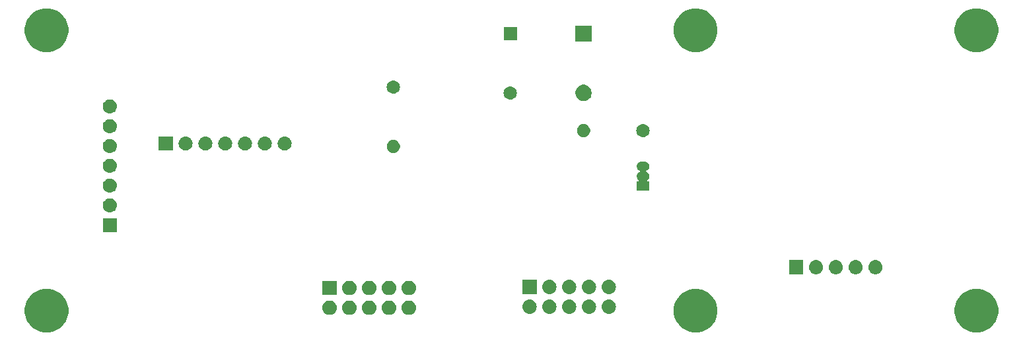
<source format=gbs>
G04 #@! TF.GenerationSoftware,KiCad,Pcbnew,5.0.2-bee76a0~70~ubuntu18.04.1*
G04 #@! TF.CreationDate,2019-01-15T16:16:46-08:00*
G04 #@! TF.ProjectId,Marlin_UIBOX,4d61726c-696e-45f5-9549-424f582e6b69,rev?*
G04 #@! TF.SameCoordinates,PX55c0260PY70276d0*
G04 #@! TF.FileFunction,Soldermask,Bot*
G04 #@! TF.FilePolarity,Negative*
%FSLAX46Y46*%
G04 Gerber Fmt 4.6, Leading zero omitted, Abs format (unit mm)*
G04 Created by KiCad (PCBNEW 5.0.2-bee76a0~70~ubuntu18.04.1) date Tue 15 Jan 2019 04:16:46 PM PST*
%MOMM*%
%LPD*%
G01*
G04 APERTURE LIST*
%ADD10C,0.100000*%
G04 APERTURE END LIST*
D10*
G36*
X6151021Y5995360D02*
X6660770Y5784215D01*
X6813692Y5682036D01*
X7119534Y5477679D01*
X7509679Y5087534D01*
X7714036Y4781692D01*
X7816215Y4628770D01*
X8027360Y4119021D01*
X8135000Y3577876D01*
X8135000Y3026124D01*
X8027360Y2484979D01*
X7816215Y1975230D01*
X7816214Y1975229D01*
X7509679Y1516466D01*
X7119534Y1126321D01*
X6813692Y921964D01*
X6660770Y819785D01*
X6151021Y608640D01*
X5609876Y501000D01*
X5058124Y501000D01*
X4516979Y608640D01*
X4007230Y819785D01*
X3854308Y921964D01*
X3548466Y1126321D01*
X3158321Y1516466D01*
X2851786Y1975229D01*
X2851785Y1975230D01*
X2640640Y2484979D01*
X2533000Y3026124D01*
X2533000Y3577876D01*
X2640640Y4119021D01*
X2851785Y4628770D01*
X2953964Y4781692D01*
X3158321Y5087534D01*
X3548466Y5477679D01*
X3854308Y5682036D01*
X4007230Y5784215D01*
X4516979Y5995360D01*
X5058124Y6103000D01*
X5609876Y6103000D01*
X6151021Y5995360D01*
X6151021Y5995360D01*
G37*
G36*
X125351021Y5995360D02*
X125860770Y5784215D01*
X126013692Y5682036D01*
X126319534Y5477679D01*
X126709679Y5087534D01*
X126914036Y4781692D01*
X127016215Y4628770D01*
X127227360Y4119021D01*
X127335000Y3577876D01*
X127335000Y3026124D01*
X127227360Y2484979D01*
X127016215Y1975230D01*
X127016214Y1975229D01*
X126709679Y1516466D01*
X126319534Y1126321D01*
X126013692Y921964D01*
X125860770Y819785D01*
X125351021Y608640D01*
X124809876Y501000D01*
X124258124Y501000D01*
X123716979Y608640D01*
X123207230Y819785D01*
X123054308Y921964D01*
X122748466Y1126321D01*
X122358321Y1516466D01*
X122051786Y1975229D01*
X122051785Y1975230D01*
X121840640Y2484979D01*
X121733000Y3026124D01*
X121733000Y3577876D01*
X121840640Y4119021D01*
X122051785Y4628770D01*
X122153964Y4781692D01*
X122358321Y5087534D01*
X122748466Y5477679D01*
X123054308Y5682036D01*
X123207230Y5784215D01*
X123716979Y5995360D01*
X124258124Y6103000D01*
X124809876Y6103000D01*
X125351021Y5995360D01*
X125351021Y5995360D01*
G37*
G36*
X89351021Y5995360D02*
X89860770Y5784215D01*
X90013692Y5682036D01*
X90319534Y5477679D01*
X90709679Y5087534D01*
X90914036Y4781692D01*
X91016215Y4628770D01*
X91227360Y4119021D01*
X91335000Y3577876D01*
X91335000Y3026124D01*
X91227360Y2484979D01*
X91016215Y1975230D01*
X91016214Y1975229D01*
X90709679Y1516466D01*
X90319534Y1126321D01*
X90013692Y921964D01*
X89860770Y819785D01*
X89351021Y608640D01*
X88809876Y501000D01*
X88258124Y501000D01*
X87716979Y608640D01*
X87207230Y819785D01*
X87054308Y921964D01*
X86748466Y1126321D01*
X86358321Y1516466D01*
X86051786Y1975229D01*
X86051785Y1975230D01*
X85840640Y2484979D01*
X85733000Y3026124D01*
X85733000Y3577876D01*
X85840640Y4119021D01*
X86051785Y4628770D01*
X86153964Y4781692D01*
X86358321Y5087534D01*
X86748466Y5477679D01*
X87054308Y5682036D01*
X87207230Y5784215D01*
X87716979Y5995360D01*
X88258124Y6103000D01*
X88809876Y6103000D01*
X89351021Y5995360D01*
X89351021Y5995360D01*
G37*
G36*
X44326294Y4584367D02*
X44498694Y4532069D01*
X44498696Y4532068D01*
X44657583Y4447141D01*
X44796849Y4332849D01*
X44911141Y4193583D01*
X44950995Y4119021D01*
X44996069Y4034694D01*
X45048367Y3862294D01*
X45066025Y3683000D01*
X45048367Y3503706D01*
X44996069Y3331306D01*
X44996068Y3331304D01*
X44911141Y3172417D01*
X44796849Y3033151D01*
X44657583Y2918859D01*
X44613694Y2895400D01*
X44498694Y2833931D01*
X44326294Y2781633D01*
X44191931Y2768400D01*
X44102069Y2768400D01*
X43967706Y2781633D01*
X43795306Y2833931D01*
X43680306Y2895400D01*
X43636417Y2918859D01*
X43497151Y3033151D01*
X43382859Y3172417D01*
X43297932Y3331304D01*
X43297931Y3331306D01*
X43245633Y3503706D01*
X43227975Y3683000D01*
X43245633Y3862294D01*
X43297931Y4034694D01*
X43343005Y4119021D01*
X43382859Y4193583D01*
X43497151Y4332849D01*
X43636417Y4447141D01*
X43795304Y4532068D01*
X43795306Y4532069D01*
X43967706Y4584367D01*
X44102069Y4597600D01*
X44191931Y4597600D01*
X44326294Y4584367D01*
X44326294Y4584367D01*
G37*
G36*
X41786294Y4584367D02*
X41958694Y4532069D01*
X41958696Y4532068D01*
X42117583Y4447141D01*
X42256849Y4332849D01*
X42371141Y4193583D01*
X42410995Y4119021D01*
X42456069Y4034694D01*
X42508367Y3862294D01*
X42526025Y3683000D01*
X42508367Y3503706D01*
X42456069Y3331306D01*
X42456068Y3331304D01*
X42371141Y3172417D01*
X42256849Y3033151D01*
X42117583Y2918859D01*
X42073694Y2895400D01*
X41958694Y2833931D01*
X41786294Y2781633D01*
X41651931Y2768400D01*
X41562069Y2768400D01*
X41427706Y2781633D01*
X41255306Y2833931D01*
X41140306Y2895400D01*
X41096417Y2918859D01*
X40957151Y3033151D01*
X40842859Y3172417D01*
X40757932Y3331304D01*
X40757931Y3331306D01*
X40705633Y3503706D01*
X40687975Y3683000D01*
X40705633Y3862294D01*
X40757931Y4034694D01*
X40803005Y4119021D01*
X40842859Y4193583D01*
X40957151Y4332849D01*
X41096417Y4447141D01*
X41255304Y4532068D01*
X41255306Y4532069D01*
X41427706Y4584367D01*
X41562069Y4597600D01*
X41651931Y4597600D01*
X41786294Y4584367D01*
X41786294Y4584367D01*
G37*
G36*
X51946294Y4584367D02*
X52118694Y4532069D01*
X52118696Y4532068D01*
X52277583Y4447141D01*
X52416849Y4332849D01*
X52531141Y4193583D01*
X52570995Y4119021D01*
X52616069Y4034694D01*
X52668367Y3862294D01*
X52686025Y3683000D01*
X52668367Y3503706D01*
X52616069Y3331306D01*
X52616068Y3331304D01*
X52531141Y3172417D01*
X52416849Y3033151D01*
X52277583Y2918859D01*
X52233694Y2895400D01*
X52118694Y2833931D01*
X51946294Y2781633D01*
X51811931Y2768400D01*
X51722069Y2768400D01*
X51587706Y2781633D01*
X51415306Y2833931D01*
X51300306Y2895400D01*
X51256417Y2918859D01*
X51117151Y3033151D01*
X51002859Y3172417D01*
X50917932Y3331304D01*
X50917931Y3331306D01*
X50865633Y3503706D01*
X50847975Y3683000D01*
X50865633Y3862294D01*
X50917931Y4034694D01*
X50963005Y4119021D01*
X51002859Y4193583D01*
X51117151Y4332849D01*
X51256417Y4447141D01*
X51415304Y4532068D01*
X51415306Y4532069D01*
X51587706Y4584367D01*
X51722069Y4597600D01*
X51811931Y4597600D01*
X51946294Y4584367D01*
X51946294Y4584367D01*
G37*
G36*
X46866294Y4584367D02*
X47038694Y4532069D01*
X47038696Y4532068D01*
X47197583Y4447141D01*
X47336849Y4332849D01*
X47451141Y4193583D01*
X47490995Y4119021D01*
X47536069Y4034694D01*
X47588367Y3862294D01*
X47606025Y3683000D01*
X47588367Y3503706D01*
X47536069Y3331306D01*
X47536068Y3331304D01*
X47451141Y3172417D01*
X47336849Y3033151D01*
X47197583Y2918859D01*
X47153694Y2895400D01*
X47038694Y2833931D01*
X46866294Y2781633D01*
X46731931Y2768400D01*
X46642069Y2768400D01*
X46507706Y2781633D01*
X46335306Y2833931D01*
X46220306Y2895400D01*
X46176417Y2918859D01*
X46037151Y3033151D01*
X45922859Y3172417D01*
X45837932Y3331304D01*
X45837931Y3331306D01*
X45785633Y3503706D01*
X45767975Y3683000D01*
X45785633Y3862294D01*
X45837931Y4034694D01*
X45883005Y4119021D01*
X45922859Y4193583D01*
X46037151Y4332849D01*
X46176417Y4447141D01*
X46335304Y4532068D01*
X46335306Y4532069D01*
X46507706Y4584367D01*
X46642069Y4597600D01*
X46731931Y4597600D01*
X46866294Y4584367D01*
X46866294Y4584367D01*
G37*
G36*
X49406294Y4584367D02*
X49578694Y4532069D01*
X49578696Y4532068D01*
X49737583Y4447141D01*
X49876849Y4332849D01*
X49991141Y4193583D01*
X50030995Y4119021D01*
X50076069Y4034694D01*
X50128367Y3862294D01*
X50146025Y3683000D01*
X50128367Y3503706D01*
X50076069Y3331306D01*
X50076068Y3331304D01*
X49991141Y3172417D01*
X49876849Y3033151D01*
X49737583Y2918859D01*
X49693694Y2895400D01*
X49578694Y2833931D01*
X49406294Y2781633D01*
X49271931Y2768400D01*
X49182069Y2768400D01*
X49047706Y2781633D01*
X48875306Y2833931D01*
X48760306Y2895400D01*
X48716417Y2918859D01*
X48577151Y3033151D01*
X48462859Y3172417D01*
X48377932Y3331304D01*
X48377931Y3331306D01*
X48325633Y3503706D01*
X48307975Y3683000D01*
X48325633Y3862294D01*
X48377931Y4034694D01*
X48423005Y4119021D01*
X48462859Y4193583D01*
X48577151Y4332849D01*
X48716417Y4447141D01*
X48875304Y4532068D01*
X48875306Y4532069D01*
X49047706Y4584367D01*
X49182069Y4597600D01*
X49271931Y4597600D01*
X49406294Y4584367D01*
X49406294Y4584367D01*
G37*
G36*
X67426294Y4711367D02*
X67598694Y4659069D01*
X67598696Y4659068D01*
X67757583Y4574141D01*
X67896849Y4459849D01*
X68001075Y4332849D01*
X68011140Y4320584D01*
X68096069Y4161694D01*
X68148367Y3989294D01*
X68166025Y3810000D01*
X68148367Y3630706D01*
X68109841Y3503706D01*
X68096068Y3458304D01*
X68011141Y3299417D01*
X67896849Y3160151D01*
X67757583Y3045859D01*
X67720665Y3026126D01*
X67598694Y2960931D01*
X67426294Y2908633D01*
X67291931Y2895400D01*
X67202069Y2895400D01*
X67067706Y2908633D01*
X66895306Y2960931D01*
X66773335Y3026126D01*
X66736417Y3045859D01*
X66597151Y3160151D01*
X66482859Y3299417D01*
X66397932Y3458304D01*
X66384159Y3503706D01*
X66345633Y3630706D01*
X66327975Y3810000D01*
X66345633Y3989294D01*
X66397931Y4161694D01*
X66482860Y4320584D01*
X66492926Y4332849D01*
X66597151Y4459849D01*
X66736417Y4574141D01*
X66895304Y4659068D01*
X66895306Y4659069D01*
X67067706Y4711367D01*
X67202069Y4724600D01*
X67291931Y4724600D01*
X67426294Y4711367D01*
X67426294Y4711367D01*
G37*
G36*
X72506294Y4711367D02*
X72678694Y4659069D01*
X72678696Y4659068D01*
X72837583Y4574141D01*
X72976849Y4459849D01*
X73081075Y4332849D01*
X73091140Y4320584D01*
X73176069Y4161694D01*
X73228367Y3989294D01*
X73246025Y3810000D01*
X73228367Y3630706D01*
X73189841Y3503706D01*
X73176068Y3458304D01*
X73091141Y3299417D01*
X72976849Y3160151D01*
X72837583Y3045859D01*
X72800665Y3026126D01*
X72678694Y2960931D01*
X72506294Y2908633D01*
X72371931Y2895400D01*
X72282069Y2895400D01*
X72147706Y2908633D01*
X71975306Y2960931D01*
X71853335Y3026126D01*
X71816417Y3045859D01*
X71677151Y3160151D01*
X71562859Y3299417D01*
X71477932Y3458304D01*
X71464159Y3503706D01*
X71425633Y3630706D01*
X71407975Y3810000D01*
X71425633Y3989294D01*
X71477931Y4161694D01*
X71562860Y4320584D01*
X71572926Y4332849D01*
X71677151Y4459849D01*
X71816417Y4574141D01*
X71975304Y4659068D01*
X71975306Y4659069D01*
X72147706Y4711367D01*
X72282069Y4724600D01*
X72371931Y4724600D01*
X72506294Y4711367D01*
X72506294Y4711367D01*
G37*
G36*
X75046294Y4711367D02*
X75218694Y4659069D01*
X75218696Y4659068D01*
X75377583Y4574141D01*
X75516849Y4459849D01*
X75621075Y4332849D01*
X75631140Y4320584D01*
X75716069Y4161694D01*
X75768367Y3989294D01*
X75786025Y3810000D01*
X75768367Y3630706D01*
X75729841Y3503706D01*
X75716068Y3458304D01*
X75631141Y3299417D01*
X75516849Y3160151D01*
X75377583Y3045859D01*
X75340665Y3026126D01*
X75218694Y2960931D01*
X75046294Y2908633D01*
X74911931Y2895400D01*
X74822069Y2895400D01*
X74687706Y2908633D01*
X74515306Y2960931D01*
X74393335Y3026126D01*
X74356417Y3045859D01*
X74217151Y3160151D01*
X74102859Y3299417D01*
X74017932Y3458304D01*
X74004159Y3503706D01*
X73965633Y3630706D01*
X73947975Y3810000D01*
X73965633Y3989294D01*
X74017931Y4161694D01*
X74102860Y4320584D01*
X74112926Y4332849D01*
X74217151Y4459849D01*
X74356417Y4574141D01*
X74515304Y4659068D01*
X74515306Y4659069D01*
X74687706Y4711367D01*
X74822069Y4724600D01*
X74911931Y4724600D01*
X75046294Y4711367D01*
X75046294Y4711367D01*
G37*
G36*
X77586294Y4711367D02*
X77758694Y4659069D01*
X77758696Y4659068D01*
X77917583Y4574141D01*
X78056849Y4459849D01*
X78161075Y4332849D01*
X78171140Y4320584D01*
X78256069Y4161694D01*
X78308367Y3989294D01*
X78326025Y3810000D01*
X78308367Y3630706D01*
X78269841Y3503706D01*
X78256068Y3458304D01*
X78171141Y3299417D01*
X78056849Y3160151D01*
X77917583Y3045859D01*
X77880665Y3026126D01*
X77758694Y2960931D01*
X77586294Y2908633D01*
X77451931Y2895400D01*
X77362069Y2895400D01*
X77227706Y2908633D01*
X77055306Y2960931D01*
X76933335Y3026126D01*
X76896417Y3045859D01*
X76757151Y3160151D01*
X76642859Y3299417D01*
X76557932Y3458304D01*
X76544159Y3503706D01*
X76505633Y3630706D01*
X76487975Y3810000D01*
X76505633Y3989294D01*
X76557931Y4161694D01*
X76642860Y4320584D01*
X76652926Y4332849D01*
X76757151Y4459849D01*
X76896417Y4574141D01*
X77055304Y4659068D01*
X77055306Y4659069D01*
X77227706Y4711367D01*
X77362069Y4724600D01*
X77451931Y4724600D01*
X77586294Y4711367D01*
X77586294Y4711367D01*
G37*
G36*
X69966294Y4711367D02*
X70138694Y4659069D01*
X70138696Y4659068D01*
X70297583Y4574141D01*
X70436849Y4459849D01*
X70541075Y4332849D01*
X70551140Y4320584D01*
X70636069Y4161694D01*
X70688367Y3989294D01*
X70706025Y3810000D01*
X70688367Y3630706D01*
X70649841Y3503706D01*
X70636068Y3458304D01*
X70551141Y3299417D01*
X70436849Y3160151D01*
X70297583Y3045859D01*
X70260665Y3026126D01*
X70138694Y2960931D01*
X69966294Y2908633D01*
X69831931Y2895400D01*
X69742069Y2895400D01*
X69607706Y2908633D01*
X69435306Y2960931D01*
X69313335Y3026126D01*
X69276417Y3045859D01*
X69137151Y3160151D01*
X69022859Y3299417D01*
X68937932Y3458304D01*
X68924159Y3503706D01*
X68885633Y3630706D01*
X68867975Y3810000D01*
X68885633Y3989294D01*
X68937931Y4161694D01*
X69022860Y4320584D01*
X69032926Y4332849D01*
X69137151Y4459849D01*
X69276417Y4574141D01*
X69435304Y4659068D01*
X69435306Y4659069D01*
X69607706Y4711367D01*
X69742069Y4724600D01*
X69831931Y4724600D01*
X69966294Y4711367D01*
X69966294Y4711367D01*
G37*
G36*
X42521600Y5308400D02*
X40692400Y5308400D01*
X40692400Y7137600D01*
X42521600Y7137600D01*
X42521600Y5308400D01*
X42521600Y5308400D01*
G37*
G36*
X44326294Y7124367D02*
X44498694Y7072069D01*
X44498696Y7072068D01*
X44657583Y6987141D01*
X44657585Y6987140D01*
X44657584Y6987140D01*
X44796849Y6872849D01*
X44911140Y6733584D01*
X44996069Y6574694D01*
X45048367Y6402294D01*
X45066025Y6223000D01*
X45048367Y6043706D01*
X44996069Y5871306D01*
X44996068Y5871304D01*
X44911141Y5712417D01*
X44796849Y5573151D01*
X44657583Y5458859D01*
X44613694Y5435400D01*
X44498694Y5373931D01*
X44326294Y5321633D01*
X44191931Y5308400D01*
X44102069Y5308400D01*
X43967706Y5321633D01*
X43795306Y5373931D01*
X43680306Y5435400D01*
X43636417Y5458859D01*
X43497151Y5573151D01*
X43382859Y5712417D01*
X43297932Y5871304D01*
X43297931Y5871306D01*
X43245633Y6043706D01*
X43227975Y6223000D01*
X43245633Y6402294D01*
X43297931Y6574694D01*
X43382860Y6733584D01*
X43497151Y6872849D01*
X43636416Y6987140D01*
X43636415Y6987140D01*
X43636417Y6987141D01*
X43795304Y7072068D01*
X43795306Y7072069D01*
X43967706Y7124367D01*
X44102069Y7137600D01*
X44191931Y7137600D01*
X44326294Y7124367D01*
X44326294Y7124367D01*
G37*
G36*
X46866294Y7124367D02*
X47038694Y7072069D01*
X47038696Y7072068D01*
X47197583Y6987141D01*
X47197585Y6987140D01*
X47197584Y6987140D01*
X47336849Y6872849D01*
X47451140Y6733584D01*
X47536069Y6574694D01*
X47588367Y6402294D01*
X47606025Y6223000D01*
X47588367Y6043706D01*
X47536069Y5871306D01*
X47536068Y5871304D01*
X47451141Y5712417D01*
X47336849Y5573151D01*
X47197583Y5458859D01*
X47153694Y5435400D01*
X47038694Y5373931D01*
X46866294Y5321633D01*
X46731931Y5308400D01*
X46642069Y5308400D01*
X46507706Y5321633D01*
X46335306Y5373931D01*
X46220306Y5435400D01*
X46176417Y5458859D01*
X46037151Y5573151D01*
X45922859Y5712417D01*
X45837932Y5871304D01*
X45837931Y5871306D01*
X45785633Y6043706D01*
X45767975Y6223000D01*
X45785633Y6402294D01*
X45837931Y6574694D01*
X45922860Y6733584D01*
X46037151Y6872849D01*
X46176416Y6987140D01*
X46176415Y6987140D01*
X46176417Y6987141D01*
X46335304Y7072068D01*
X46335306Y7072069D01*
X46507706Y7124367D01*
X46642069Y7137600D01*
X46731931Y7137600D01*
X46866294Y7124367D01*
X46866294Y7124367D01*
G37*
G36*
X51946294Y7124367D02*
X52118694Y7072069D01*
X52118696Y7072068D01*
X52277583Y6987141D01*
X52277585Y6987140D01*
X52277584Y6987140D01*
X52416849Y6872849D01*
X52531140Y6733584D01*
X52616069Y6574694D01*
X52668367Y6402294D01*
X52686025Y6223000D01*
X52668367Y6043706D01*
X52616069Y5871306D01*
X52616068Y5871304D01*
X52531141Y5712417D01*
X52416849Y5573151D01*
X52277583Y5458859D01*
X52233694Y5435400D01*
X52118694Y5373931D01*
X51946294Y5321633D01*
X51811931Y5308400D01*
X51722069Y5308400D01*
X51587706Y5321633D01*
X51415306Y5373931D01*
X51300306Y5435400D01*
X51256417Y5458859D01*
X51117151Y5573151D01*
X51002859Y5712417D01*
X50917932Y5871304D01*
X50917931Y5871306D01*
X50865633Y6043706D01*
X50847975Y6223000D01*
X50865633Y6402294D01*
X50917931Y6574694D01*
X51002860Y6733584D01*
X51117151Y6872849D01*
X51256416Y6987140D01*
X51256415Y6987140D01*
X51256417Y6987141D01*
X51415304Y7072068D01*
X51415306Y7072069D01*
X51587706Y7124367D01*
X51722069Y7137600D01*
X51811931Y7137600D01*
X51946294Y7124367D01*
X51946294Y7124367D01*
G37*
G36*
X49406294Y7124367D02*
X49578694Y7072069D01*
X49578696Y7072068D01*
X49737583Y6987141D01*
X49737585Y6987140D01*
X49737584Y6987140D01*
X49876849Y6872849D01*
X49991140Y6733584D01*
X50076069Y6574694D01*
X50128367Y6402294D01*
X50146025Y6223000D01*
X50128367Y6043706D01*
X50076069Y5871306D01*
X50076068Y5871304D01*
X49991141Y5712417D01*
X49876849Y5573151D01*
X49737583Y5458859D01*
X49693694Y5435400D01*
X49578694Y5373931D01*
X49406294Y5321633D01*
X49271931Y5308400D01*
X49182069Y5308400D01*
X49047706Y5321633D01*
X48875306Y5373931D01*
X48760306Y5435400D01*
X48716417Y5458859D01*
X48577151Y5573151D01*
X48462859Y5712417D01*
X48377932Y5871304D01*
X48377931Y5871306D01*
X48325633Y6043706D01*
X48307975Y6223000D01*
X48325633Y6402294D01*
X48377931Y6574694D01*
X48462860Y6733584D01*
X48577151Y6872849D01*
X48716416Y6987140D01*
X48716415Y6987140D01*
X48716417Y6987141D01*
X48875304Y7072068D01*
X48875306Y7072069D01*
X49047706Y7124367D01*
X49182069Y7137600D01*
X49271931Y7137600D01*
X49406294Y7124367D01*
X49406294Y7124367D01*
G37*
G36*
X68161600Y5435400D02*
X66332400Y5435400D01*
X66332400Y7264600D01*
X68161600Y7264600D01*
X68161600Y5435400D01*
X68161600Y5435400D01*
G37*
G36*
X75046294Y7251367D02*
X75218694Y7199069D01*
X75218696Y7199068D01*
X75377583Y7114141D01*
X75516849Y6999849D01*
X75621075Y6872849D01*
X75631140Y6860584D01*
X75716069Y6701694D01*
X75768367Y6529294D01*
X75786025Y6350000D01*
X75768367Y6170706D01*
X75729841Y6043706D01*
X75716068Y5998304D01*
X75631141Y5839417D01*
X75516849Y5700151D01*
X75377583Y5585859D01*
X75218696Y5500932D01*
X75218694Y5500931D01*
X75046294Y5448633D01*
X74911931Y5435400D01*
X74822069Y5435400D01*
X74687706Y5448633D01*
X74515306Y5500931D01*
X74515304Y5500932D01*
X74356417Y5585859D01*
X74217151Y5700151D01*
X74102859Y5839417D01*
X74017932Y5998304D01*
X74004159Y6043706D01*
X73965633Y6170706D01*
X73947975Y6350000D01*
X73965633Y6529294D01*
X74017931Y6701694D01*
X74102860Y6860584D01*
X74112926Y6872849D01*
X74217151Y6999849D01*
X74356417Y7114141D01*
X74515304Y7199068D01*
X74515306Y7199069D01*
X74687706Y7251367D01*
X74822069Y7264600D01*
X74911931Y7264600D01*
X75046294Y7251367D01*
X75046294Y7251367D01*
G37*
G36*
X77586294Y7251367D02*
X77758694Y7199069D01*
X77758696Y7199068D01*
X77917583Y7114141D01*
X78056849Y6999849D01*
X78161075Y6872849D01*
X78171140Y6860584D01*
X78256069Y6701694D01*
X78308367Y6529294D01*
X78326025Y6350000D01*
X78308367Y6170706D01*
X78269841Y6043706D01*
X78256068Y5998304D01*
X78171141Y5839417D01*
X78056849Y5700151D01*
X77917583Y5585859D01*
X77758696Y5500932D01*
X77758694Y5500931D01*
X77586294Y5448633D01*
X77451931Y5435400D01*
X77362069Y5435400D01*
X77227706Y5448633D01*
X77055306Y5500931D01*
X77055304Y5500932D01*
X76896417Y5585859D01*
X76757151Y5700151D01*
X76642859Y5839417D01*
X76557932Y5998304D01*
X76544159Y6043706D01*
X76505633Y6170706D01*
X76487975Y6350000D01*
X76505633Y6529294D01*
X76557931Y6701694D01*
X76642860Y6860584D01*
X76652926Y6872849D01*
X76757151Y6999849D01*
X76896417Y7114141D01*
X77055304Y7199068D01*
X77055306Y7199069D01*
X77227706Y7251367D01*
X77362069Y7264600D01*
X77451931Y7264600D01*
X77586294Y7251367D01*
X77586294Y7251367D01*
G37*
G36*
X72506294Y7251367D02*
X72678694Y7199069D01*
X72678696Y7199068D01*
X72837583Y7114141D01*
X72976849Y6999849D01*
X73081075Y6872849D01*
X73091140Y6860584D01*
X73176069Y6701694D01*
X73228367Y6529294D01*
X73246025Y6350000D01*
X73228367Y6170706D01*
X73189841Y6043706D01*
X73176068Y5998304D01*
X73091141Y5839417D01*
X72976849Y5700151D01*
X72837583Y5585859D01*
X72678696Y5500932D01*
X72678694Y5500931D01*
X72506294Y5448633D01*
X72371931Y5435400D01*
X72282069Y5435400D01*
X72147706Y5448633D01*
X71975306Y5500931D01*
X71975304Y5500932D01*
X71816417Y5585859D01*
X71677151Y5700151D01*
X71562859Y5839417D01*
X71477932Y5998304D01*
X71464159Y6043706D01*
X71425633Y6170706D01*
X71407975Y6350000D01*
X71425633Y6529294D01*
X71477931Y6701694D01*
X71562860Y6860584D01*
X71572926Y6872849D01*
X71677151Y6999849D01*
X71816417Y7114141D01*
X71975304Y7199068D01*
X71975306Y7199069D01*
X72147706Y7251367D01*
X72282069Y7264600D01*
X72371931Y7264600D01*
X72506294Y7251367D01*
X72506294Y7251367D01*
G37*
G36*
X69966294Y7251367D02*
X70138694Y7199069D01*
X70138696Y7199068D01*
X70297583Y7114141D01*
X70436849Y6999849D01*
X70541075Y6872849D01*
X70551140Y6860584D01*
X70636069Y6701694D01*
X70688367Y6529294D01*
X70706025Y6350000D01*
X70688367Y6170706D01*
X70649841Y6043706D01*
X70636068Y5998304D01*
X70551141Y5839417D01*
X70436849Y5700151D01*
X70297583Y5585859D01*
X70138696Y5500932D01*
X70138694Y5500931D01*
X69966294Y5448633D01*
X69831931Y5435400D01*
X69742069Y5435400D01*
X69607706Y5448633D01*
X69435306Y5500931D01*
X69435304Y5500932D01*
X69276417Y5585859D01*
X69137151Y5700151D01*
X69022859Y5839417D01*
X68937932Y5998304D01*
X68924159Y6043706D01*
X68885633Y6170706D01*
X68867975Y6350000D01*
X68885633Y6529294D01*
X68937931Y6701694D01*
X69022860Y6860584D01*
X69032926Y6872849D01*
X69137151Y6999849D01*
X69276417Y7114141D01*
X69435304Y7199068D01*
X69435306Y7199069D01*
X69607706Y7251367D01*
X69742069Y7264600D01*
X69831931Y7264600D01*
X69966294Y7251367D01*
X69966294Y7251367D01*
G37*
G36*
X104079442Y9787482D02*
X104145627Y9780963D01*
X104258853Y9746616D01*
X104315467Y9729443D01*
X104454087Y9655348D01*
X104471991Y9645778D01*
X104507729Y9616448D01*
X104609186Y9533186D01*
X104692448Y9431729D01*
X104721778Y9395991D01*
X104721779Y9395989D01*
X104805443Y9239467D01*
X104805443Y9239466D01*
X104856963Y9069627D01*
X104874359Y8893000D01*
X104856963Y8716373D01*
X104822616Y8603147D01*
X104805443Y8546533D01*
X104731348Y8407913D01*
X104721778Y8390009D01*
X104692448Y8354271D01*
X104609186Y8252814D01*
X104507729Y8169552D01*
X104471991Y8140222D01*
X104471989Y8140221D01*
X104315467Y8056557D01*
X104258853Y8039384D01*
X104145627Y8005037D01*
X104079442Y7998518D01*
X104013260Y7992000D01*
X103924740Y7992000D01*
X103858558Y7998518D01*
X103792373Y8005037D01*
X103679147Y8039384D01*
X103622533Y8056557D01*
X103466011Y8140221D01*
X103466009Y8140222D01*
X103430271Y8169552D01*
X103328814Y8252814D01*
X103245552Y8354271D01*
X103216222Y8390009D01*
X103206652Y8407913D01*
X103132557Y8546533D01*
X103115384Y8603147D01*
X103081037Y8716373D01*
X103063641Y8893000D01*
X103081037Y9069627D01*
X103132557Y9239466D01*
X103132557Y9239467D01*
X103216221Y9395989D01*
X103216222Y9395991D01*
X103245552Y9431729D01*
X103328814Y9533186D01*
X103430271Y9616448D01*
X103466009Y9645778D01*
X103483913Y9655348D01*
X103622533Y9729443D01*
X103679147Y9746616D01*
X103792373Y9780963D01*
X103858558Y9787482D01*
X103924740Y9794000D01*
X104013260Y9794000D01*
X104079442Y9787482D01*
X104079442Y9787482D01*
G37*
G36*
X102330000Y7992000D02*
X100528000Y7992000D01*
X100528000Y9794000D01*
X102330000Y9794000D01*
X102330000Y7992000D01*
X102330000Y7992000D01*
G37*
G36*
X111699442Y9787482D02*
X111765627Y9780963D01*
X111878853Y9746616D01*
X111935467Y9729443D01*
X112074087Y9655348D01*
X112091991Y9645778D01*
X112127729Y9616448D01*
X112229186Y9533186D01*
X112312448Y9431729D01*
X112341778Y9395991D01*
X112341779Y9395989D01*
X112425443Y9239467D01*
X112425443Y9239466D01*
X112476963Y9069627D01*
X112494359Y8893000D01*
X112476963Y8716373D01*
X112442616Y8603147D01*
X112425443Y8546533D01*
X112351348Y8407913D01*
X112341778Y8390009D01*
X112312448Y8354271D01*
X112229186Y8252814D01*
X112127729Y8169552D01*
X112091991Y8140222D01*
X112091989Y8140221D01*
X111935467Y8056557D01*
X111878853Y8039384D01*
X111765627Y8005037D01*
X111699442Y7998518D01*
X111633260Y7992000D01*
X111544740Y7992000D01*
X111478558Y7998518D01*
X111412373Y8005037D01*
X111299147Y8039384D01*
X111242533Y8056557D01*
X111086011Y8140221D01*
X111086009Y8140222D01*
X111050271Y8169552D01*
X110948814Y8252814D01*
X110865552Y8354271D01*
X110836222Y8390009D01*
X110826652Y8407913D01*
X110752557Y8546533D01*
X110735384Y8603147D01*
X110701037Y8716373D01*
X110683641Y8893000D01*
X110701037Y9069627D01*
X110752557Y9239466D01*
X110752557Y9239467D01*
X110836221Y9395989D01*
X110836222Y9395991D01*
X110865552Y9431729D01*
X110948814Y9533186D01*
X111050271Y9616448D01*
X111086009Y9645778D01*
X111103913Y9655348D01*
X111242533Y9729443D01*
X111299147Y9746616D01*
X111412373Y9780963D01*
X111478558Y9787482D01*
X111544740Y9794000D01*
X111633260Y9794000D01*
X111699442Y9787482D01*
X111699442Y9787482D01*
G37*
G36*
X106619442Y9787482D02*
X106685627Y9780963D01*
X106798853Y9746616D01*
X106855467Y9729443D01*
X106994087Y9655348D01*
X107011991Y9645778D01*
X107047729Y9616448D01*
X107149186Y9533186D01*
X107232448Y9431729D01*
X107261778Y9395991D01*
X107261779Y9395989D01*
X107345443Y9239467D01*
X107345443Y9239466D01*
X107396963Y9069627D01*
X107414359Y8893000D01*
X107396963Y8716373D01*
X107362616Y8603147D01*
X107345443Y8546533D01*
X107271348Y8407913D01*
X107261778Y8390009D01*
X107232448Y8354271D01*
X107149186Y8252814D01*
X107047729Y8169552D01*
X107011991Y8140222D01*
X107011989Y8140221D01*
X106855467Y8056557D01*
X106798853Y8039384D01*
X106685627Y8005037D01*
X106619442Y7998518D01*
X106553260Y7992000D01*
X106464740Y7992000D01*
X106398558Y7998518D01*
X106332373Y8005037D01*
X106219147Y8039384D01*
X106162533Y8056557D01*
X106006011Y8140221D01*
X106006009Y8140222D01*
X105970271Y8169552D01*
X105868814Y8252814D01*
X105785552Y8354271D01*
X105756222Y8390009D01*
X105746652Y8407913D01*
X105672557Y8546533D01*
X105655384Y8603147D01*
X105621037Y8716373D01*
X105603641Y8893000D01*
X105621037Y9069627D01*
X105672557Y9239466D01*
X105672557Y9239467D01*
X105756221Y9395989D01*
X105756222Y9395991D01*
X105785552Y9431729D01*
X105868814Y9533186D01*
X105970271Y9616448D01*
X106006009Y9645778D01*
X106023913Y9655348D01*
X106162533Y9729443D01*
X106219147Y9746616D01*
X106332373Y9780963D01*
X106398558Y9787482D01*
X106464740Y9794000D01*
X106553260Y9794000D01*
X106619442Y9787482D01*
X106619442Y9787482D01*
G37*
G36*
X109159442Y9787482D02*
X109225627Y9780963D01*
X109338853Y9746616D01*
X109395467Y9729443D01*
X109534087Y9655348D01*
X109551991Y9645778D01*
X109587729Y9616448D01*
X109689186Y9533186D01*
X109772448Y9431729D01*
X109801778Y9395991D01*
X109801779Y9395989D01*
X109885443Y9239467D01*
X109885443Y9239466D01*
X109936963Y9069627D01*
X109954359Y8893000D01*
X109936963Y8716373D01*
X109902616Y8603147D01*
X109885443Y8546533D01*
X109811348Y8407913D01*
X109801778Y8390009D01*
X109772448Y8354271D01*
X109689186Y8252814D01*
X109587729Y8169552D01*
X109551991Y8140222D01*
X109551989Y8140221D01*
X109395467Y8056557D01*
X109338853Y8039384D01*
X109225627Y8005037D01*
X109159442Y7998518D01*
X109093260Y7992000D01*
X109004740Y7992000D01*
X108938558Y7998518D01*
X108872373Y8005037D01*
X108759147Y8039384D01*
X108702533Y8056557D01*
X108546011Y8140221D01*
X108546009Y8140222D01*
X108510271Y8169552D01*
X108408814Y8252814D01*
X108325552Y8354271D01*
X108296222Y8390009D01*
X108286652Y8407913D01*
X108212557Y8546533D01*
X108195384Y8603147D01*
X108161037Y8716373D01*
X108143641Y8893000D01*
X108161037Y9069627D01*
X108212557Y9239466D01*
X108212557Y9239467D01*
X108296221Y9395989D01*
X108296222Y9395991D01*
X108325552Y9431729D01*
X108408814Y9533186D01*
X108510271Y9616448D01*
X108546009Y9645778D01*
X108563913Y9655348D01*
X108702533Y9729443D01*
X108759147Y9746616D01*
X108872373Y9780963D01*
X108938558Y9787482D01*
X109004740Y9794000D01*
X109093260Y9794000D01*
X109159442Y9787482D01*
X109159442Y9787482D01*
G37*
G36*
X14335000Y13381000D02*
X12533000Y13381000D01*
X12533000Y15183000D01*
X14335000Y15183000D01*
X14335000Y13381000D01*
X14335000Y13381000D01*
G37*
G36*
X13544442Y17716482D02*
X13610627Y17709963D01*
X13723853Y17675616D01*
X13780467Y17658443D01*
X13919087Y17584348D01*
X13936991Y17574778D01*
X13972729Y17545448D01*
X14074186Y17462186D01*
X14157448Y17360729D01*
X14186778Y17324991D01*
X14186779Y17324989D01*
X14270443Y17168467D01*
X14270443Y17168466D01*
X14321963Y16998627D01*
X14339359Y16822000D01*
X14321963Y16645373D01*
X14287616Y16532147D01*
X14270443Y16475533D01*
X14196348Y16336913D01*
X14186778Y16319009D01*
X14157448Y16283271D01*
X14074186Y16181814D01*
X13972729Y16098552D01*
X13936991Y16069222D01*
X13936989Y16069221D01*
X13780467Y15985557D01*
X13723853Y15968384D01*
X13610627Y15934037D01*
X13544443Y15927519D01*
X13478260Y15921000D01*
X13389740Y15921000D01*
X13323557Y15927519D01*
X13257373Y15934037D01*
X13144147Y15968384D01*
X13087533Y15985557D01*
X12931011Y16069221D01*
X12931009Y16069222D01*
X12895271Y16098552D01*
X12793814Y16181814D01*
X12710552Y16283271D01*
X12681222Y16319009D01*
X12671652Y16336913D01*
X12597557Y16475533D01*
X12580384Y16532147D01*
X12546037Y16645373D01*
X12528641Y16822000D01*
X12546037Y16998627D01*
X12597557Y17168466D01*
X12597557Y17168467D01*
X12681221Y17324989D01*
X12681222Y17324991D01*
X12710552Y17360729D01*
X12793814Y17462186D01*
X12895271Y17545448D01*
X12931009Y17574778D01*
X12948913Y17584348D01*
X13087533Y17658443D01*
X13144147Y17675616D01*
X13257373Y17709963D01*
X13323557Y17716481D01*
X13389740Y17723000D01*
X13478260Y17723000D01*
X13544442Y17716482D01*
X13544442Y17716482D01*
G37*
G36*
X13544443Y20256481D02*
X13610627Y20249963D01*
X13723853Y20215616D01*
X13780467Y20198443D01*
X13843527Y20164736D01*
X13936991Y20114778D01*
X13963825Y20092756D01*
X14074186Y20002186D01*
X14151174Y19908374D01*
X14186778Y19864991D01*
X14186779Y19864989D01*
X14270443Y19708467D01*
X14270443Y19708466D01*
X14321963Y19538627D01*
X14339359Y19362000D01*
X14321963Y19185373D01*
X14287616Y19072147D01*
X14270443Y19015533D01*
X14196348Y18876913D01*
X14186778Y18859009D01*
X14157448Y18823271D01*
X14074186Y18721814D01*
X13972729Y18638552D01*
X13936991Y18609222D01*
X13936989Y18609221D01*
X13780467Y18525557D01*
X13723853Y18508384D01*
X13610627Y18474037D01*
X13544442Y18467518D01*
X13478260Y18461000D01*
X13389740Y18461000D01*
X13323558Y18467518D01*
X13257373Y18474037D01*
X13144147Y18508384D01*
X13087533Y18525557D01*
X12931011Y18609221D01*
X12931009Y18609222D01*
X12895271Y18638552D01*
X12793814Y18721814D01*
X12710552Y18823271D01*
X12681222Y18859009D01*
X12671652Y18876913D01*
X12597557Y19015533D01*
X12580384Y19072147D01*
X12546037Y19185373D01*
X12528641Y19362000D01*
X12546037Y19538627D01*
X12597557Y19708466D01*
X12597557Y19708467D01*
X12681221Y19864989D01*
X12681222Y19864991D01*
X12716826Y19908374D01*
X12793814Y20002186D01*
X12904175Y20092756D01*
X12931009Y20114778D01*
X13024473Y20164736D01*
X13087533Y20198443D01*
X13144147Y20215616D01*
X13257373Y20249963D01*
X13323558Y20256482D01*
X13389740Y20263000D01*
X13478260Y20263000D01*
X13544443Y20256481D01*
X13544443Y20256481D01*
G37*
G36*
X82125916Y22411666D02*
X82234492Y22378729D01*
X82334557Y22325244D01*
X82422264Y22253264D01*
X82494244Y22165557D01*
X82547729Y22065492D01*
X82580666Y21956916D01*
X82591787Y21844000D01*
X82580666Y21731084D01*
X82547729Y21622508D01*
X82547726Y21622503D01*
X82494244Y21522443D01*
X82422264Y21434736D01*
X82334557Y21362756D01*
X82253143Y21319240D01*
X82232768Y21305627D01*
X82215441Y21288299D01*
X82201827Y21267925D01*
X82192450Y21245286D01*
X82187669Y21221253D01*
X82187669Y21196748D01*
X82192449Y21172715D01*
X82201827Y21150076D01*
X82215440Y21129701D01*
X82232768Y21112374D01*
X82253143Y21098760D01*
X82334557Y21055244D01*
X82422264Y20983264D01*
X82494244Y20895557D01*
X82547729Y20795492D01*
X82580666Y20686916D01*
X82591787Y20574000D01*
X82580666Y20461084D01*
X82547729Y20352508D01*
X82547726Y20352503D01*
X82494244Y20252443D01*
X82422264Y20164736D01*
X82345365Y20101626D01*
X82328038Y20084299D01*
X82314424Y20063924D01*
X82305046Y20041285D01*
X82300266Y20017252D01*
X82300266Y19992748D01*
X82305047Y19968714D01*
X82314424Y19946075D01*
X82328038Y19925701D01*
X82345365Y19908374D01*
X82365740Y19894760D01*
X82388379Y19885382D01*
X82424664Y19880000D01*
X82589000Y19880000D01*
X82589000Y18728000D01*
X80987000Y18728000D01*
X80987000Y19880000D01*
X81151336Y19880000D01*
X81175722Y19882402D01*
X81199171Y19889515D01*
X81220782Y19901066D01*
X81239724Y19916612D01*
X81255270Y19935554D01*
X81266821Y19957165D01*
X81273934Y19980614D01*
X81276336Y20005000D01*
X81273934Y20029386D01*
X81266821Y20052835D01*
X81255270Y20074446D01*
X81230635Y20101626D01*
X81153736Y20164736D01*
X81081756Y20252443D01*
X81028274Y20352503D01*
X81028271Y20352508D01*
X80995334Y20461084D01*
X80984213Y20574000D01*
X80995334Y20686916D01*
X81028271Y20795492D01*
X81081756Y20895557D01*
X81153736Y20983264D01*
X81241443Y21055244D01*
X81322857Y21098760D01*
X81343232Y21112373D01*
X81360559Y21129701D01*
X81374173Y21150075D01*
X81383550Y21172714D01*
X81388331Y21196747D01*
X81388331Y21221252D01*
X81383551Y21245285D01*
X81374173Y21267924D01*
X81360560Y21288299D01*
X81343232Y21305626D01*
X81322857Y21319240D01*
X81241443Y21362756D01*
X81153736Y21434736D01*
X81081756Y21522443D01*
X81028274Y21622503D01*
X81028271Y21622508D01*
X80995334Y21731084D01*
X80984213Y21844000D01*
X80995334Y21956916D01*
X81028271Y22065492D01*
X81081756Y22165557D01*
X81153736Y22253264D01*
X81241443Y22325244D01*
X81341508Y22378729D01*
X81450084Y22411666D01*
X81534702Y22420000D01*
X82041298Y22420000D01*
X82125916Y22411666D01*
X82125916Y22411666D01*
G37*
G36*
X13544443Y22796481D02*
X13610627Y22789963D01*
X13723853Y22755616D01*
X13780467Y22738443D01*
X13919087Y22664348D01*
X13936991Y22654778D01*
X13972729Y22625448D01*
X14074186Y22542186D01*
X14157448Y22440729D01*
X14186778Y22404991D01*
X14186779Y22404989D01*
X14270443Y22248467D01*
X14270443Y22248466D01*
X14321963Y22078627D01*
X14339359Y21902000D01*
X14321963Y21725373D01*
X14290759Y21622508D01*
X14270443Y21555533D01*
X14205875Y21434736D01*
X14186778Y21399009D01*
X14157448Y21363271D01*
X14074186Y21261814D01*
X13994900Y21196747D01*
X13936991Y21149222D01*
X13936989Y21149221D01*
X13780467Y21065557D01*
X13746469Y21055244D01*
X13610627Y21014037D01*
X13544443Y21007519D01*
X13478260Y21001000D01*
X13389740Y21001000D01*
X13323557Y21007519D01*
X13257373Y21014037D01*
X13121531Y21055244D01*
X13087533Y21065557D01*
X12931011Y21149221D01*
X12931009Y21149222D01*
X12873100Y21196747D01*
X12793814Y21261814D01*
X12710552Y21363271D01*
X12681222Y21399009D01*
X12662125Y21434736D01*
X12597557Y21555533D01*
X12577241Y21622508D01*
X12546037Y21725373D01*
X12528641Y21902000D01*
X12546037Y22078627D01*
X12597557Y22248466D01*
X12597557Y22248467D01*
X12681221Y22404989D01*
X12681222Y22404991D01*
X12710552Y22440729D01*
X12793814Y22542186D01*
X12895271Y22625448D01*
X12931009Y22654778D01*
X12948913Y22664348D01*
X13087533Y22738443D01*
X13144147Y22755616D01*
X13257373Y22789963D01*
X13323557Y22796481D01*
X13389740Y22803000D01*
X13478260Y22803000D01*
X13544443Y22796481D01*
X13544443Y22796481D01*
G37*
G36*
X50032228Y25202297D02*
X50187100Y25138147D01*
X50326481Y25045015D01*
X50445015Y24926481D01*
X50538147Y24787100D01*
X50602297Y24632228D01*
X50635000Y24467816D01*
X50635000Y24300184D01*
X50602297Y24135772D01*
X50538147Y23980900D01*
X50445015Y23841519D01*
X50326481Y23722985D01*
X50187100Y23629853D01*
X50032228Y23565703D01*
X49867816Y23533000D01*
X49700184Y23533000D01*
X49535772Y23565703D01*
X49380900Y23629853D01*
X49241519Y23722985D01*
X49122985Y23841519D01*
X49029853Y23980900D01*
X48965703Y24135772D01*
X48933000Y24300184D01*
X48933000Y24467816D01*
X48965703Y24632228D01*
X49029853Y24787100D01*
X49122985Y24926481D01*
X49241519Y25045015D01*
X49380900Y25138147D01*
X49535772Y25202297D01*
X49700184Y25235000D01*
X49867816Y25235000D01*
X50032228Y25202297D01*
X50032228Y25202297D01*
G37*
G36*
X13544442Y25336482D02*
X13610627Y25329963D01*
X13723853Y25295616D01*
X13780467Y25278443D01*
X13861742Y25235000D01*
X13936991Y25194778D01*
X13972729Y25165448D01*
X14074186Y25082186D01*
X14157448Y24980729D01*
X14186778Y24944991D01*
X14186779Y24944989D01*
X14270443Y24788467D01*
X14276045Y24770000D01*
X14321963Y24618627D01*
X14339359Y24442000D01*
X14321963Y24265373D01*
X14287616Y24152147D01*
X14270443Y24095533D01*
X14228584Y24017222D01*
X14186778Y23939009D01*
X14157448Y23903271D01*
X14074186Y23801814D01*
X13978132Y23722986D01*
X13936991Y23689222D01*
X13936989Y23689221D01*
X13780467Y23605557D01*
X13723853Y23588384D01*
X13610627Y23554037D01*
X13544442Y23547518D01*
X13478260Y23541000D01*
X13389740Y23541000D01*
X13323558Y23547518D01*
X13257373Y23554037D01*
X13144147Y23588384D01*
X13087533Y23605557D01*
X12931011Y23689221D01*
X12931009Y23689222D01*
X12889868Y23722986D01*
X12793814Y23801814D01*
X12710552Y23903271D01*
X12681222Y23939009D01*
X12639416Y24017222D01*
X12597557Y24095533D01*
X12580384Y24152147D01*
X12546037Y24265373D01*
X12528641Y24442000D01*
X12546037Y24618627D01*
X12591955Y24770000D01*
X12597557Y24788467D01*
X12681221Y24944989D01*
X12681222Y24944991D01*
X12710552Y24980729D01*
X12793814Y25082186D01*
X12895271Y25165448D01*
X12931009Y25194778D01*
X13006258Y25235000D01*
X13087533Y25278443D01*
X13144147Y25295616D01*
X13257373Y25329963D01*
X13323558Y25336482D01*
X13389740Y25343000D01*
X13478260Y25343000D01*
X13544442Y25336482D01*
X13544442Y25336482D01*
G37*
G36*
X21512000Y23869000D02*
X19710000Y23869000D01*
X19710000Y25671000D01*
X21512000Y25671000D01*
X21512000Y23869000D01*
X21512000Y23869000D01*
G37*
G36*
X35961442Y25664482D02*
X36027627Y25657963D01*
X36140853Y25623616D01*
X36197467Y25606443D01*
X36275000Y25565000D01*
X36353991Y25522778D01*
X36389729Y25493448D01*
X36491186Y25410186D01*
X36546323Y25343000D01*
X36603778Y25272991D01*
X36603779Y25272989D01*
X36687443Y25116467D01*
X36687443Y25116466D01*
X36738963Y24946627D01*
X36756359Y24770000D01*
X36738963Y24593373D01*
X36704616Y24480147D01*
X36687443Y24423533D01*
X36621511Y24300184D01*
X36603778Y24267009D01*
X36602435Y24265373D01*
X36491186Y24129814D01*
X36389729Y24046552D01*
X36353991Y24017222D01*
X36353989Y24017221D01*
X36197467Y23933557D01*
X36140853Y23916384D01*
X36027627Y23882037D01*
X35961442Y23875518D01*
X35895260Y23869000D01*
X35806740Y23869000D01*
X35740558Y23875518D01*
X35674373Y23882037D01*
X35561147Y23916384D01*
X35504533Y23933557D01*
X35348011Y24017221D01*
X35348009Y24017222D01*
X35312271Y24046552D01*
X35210814Y24129814D01*
X35099565Y24265373D01*
X35098222Y24267009D01*
X35080489Y24300184D01*
X35014557Y24423533D01*
X34997384Y24480147D01*
X34963037Y24593373D01*
X34945641Y24770000D01*
X34963037Y24946627D01*
X35014557Y25116466D01*
X35014557Y25116467D01*
X35098221Y25272989D01*
X35098222Y25272991D01*
X35155677Y25343000D01*
X35210814Y25410186D01*
X35312271Y25493448D01*
X35348009Y25522778D01*
X35427000Y25565000D01*
X35504533Y25606443D01*
X35561147Y25623616D01*
X35674373Y25657963D01*
X35740558Y25664482D01*
X35806740Y25671000D01*
X35895260Y25671000D01*
X35961442Y25664482D01*
X35961442Y25664482D01*
G37*
G36*
X33421442Y25664482D02*
X33487627Y25657963D01*
X33600853Y25623616D01*
X33657467Y25606443D01*
X33735000Y25565000D01*
X33813991Y25522778D01*
X33849729Y25493448D01*
X33951186Y25410186D01*
X34006323Y25343000D01*
X34063778Y25272991D01*
X34063779Y25272989D01*
X34147443Y25116467D01*
X34147443Y25116466D01*
X34198963Y24946627D01*
X34216359Y24770000D01*
X34198963Y24593373D01*
X34164616Y24480147D01*
X34147443Y24423533D01*
X34081511Y24300184D01*
X34063778Y24267009D01*
X34062435Y24265373D01*
X33951186Y24129814D01*
X33849729Y24046552D01*
X33813991Y24017222D01*
X33813989Y24017221D01*
X33657467Y23933557D01*
X33600853Y23916384D01*
X33487627Y23882037D01*
X33421442Y23875518D01*
X33355260Y23869000D01*
X33266740Y23869000D01*
X33200558Y23875518D01*
X33134373Y23882037D01*
X33021147Y23916384D01*
X32964533Y23933557D01*
X32808011Y24017221D01*
X32808009Y24017222D01*
X32772271Y24046552D01*
X32670814Y24129814D01*
X32559565Y24265373D01*
X32558222Y24267009D01*
X32540489Y24300184D01*
X32474557Y24423533D01*
X32457384Y24480147D01*
X32423037Y24593373D01*
X32405641Y24770000D01*
X32423037Y24946627D01*
X32474557Y25116466D01*
X32474557Y25116467D01*
X32558221Y25272989D01*
X32558222Y25272991D01*
X32615677Y25343000D01*
X32670814Y25410186D01*
X32772271Y25493448D01*
X32808009Y25522778D01*
X32887000Y25565000D01*
X32964533Y25606443D01*
X33021147Y25623616D01*
X33134373Y25657963D01*
X33200558Y25664482D01*
X33266740Y25671000D01*
X33355260Y25671000D01*
X33421442Y25664482D01*
X33421442Y25664482D01*
G37*
G36*
X23261442Y25664482D02*
X23327627Y25657963D01*
X23440853Y25623616D01*
X23497467Y25606443D01*
X23575000Y25565000D01*
X23653991Y25522778D01*
X23689729Y25493448D01*
X23791186Y25410186D01*
X23846323Y25343000D01*
X23903778Y25272991D01*
X23903779Y25272989D01*
X23987443Y25116467D01*
X23987443Y25116466D01*
X24038963Y24946627D01*
X24056359Y24770000D01*
X24038963Y24593373D01*
X24004616Y24480147D01*
X23987443Y24423533D01*
X23921511Y24300184D01*
X23903778Y24267009D01*
X23902435Y24265373D01*
X23791186Y24129814D01*
X23689729Y24046552D01*
X23653991Y24017222D01*
X23653989Y24017221D01*
X23497467Y23933557D01*
X23440853Y23916384D01*
X23327627Y23882037D01*
X23261442Y23875518D01*
X23195260Y23869000D01*
X23106740Y23869000D01*
X23040558Y23875518D01*
X22974373Y23882037D01*
X22861147Y23916384D01*
X22804533Y23933557D01*
X22648011Y24017221D01*
X22648009Y24017222D01*
X22612271Y24046552D01*
X22510814Y24129814D01*
X22399565Y24265373D01*
X22398222Y24267009D01*
X22380489Y24300184D01*
X22314557Y24423533D01*
X22297384Y24480147D01*
X22263037Y24593373D01*
X22245641Y24770000D01*
X22263037Y24946627D01*
X22314557Y25116466D01*
X22314557Y25116467D01*
X22398221Y25272989D01*
X22398222Y25272991D01*
X22455677Y25343000D01*
X22510814Y25410186D01*
X22612271Y25493448D01*
X22648009Y25522778D01*
X22727000Y25565000D01*
X22804533Y25606443D01*
X22861147Y25623616D01*
X22974373Y25657963D01*
X23040558Y25664482D01*
X23106740Y25671000D01*
X23195260Y25671000D01*
X23261442Y25664482D01*
X23261442Y25664482D01*
G37*
G36*
X25801442Y25664482D02*
X25867627Y25657963D01*
X25980853Y25623616D01*
X26037467Y25606443D01*
X26115000Y25565000D01*
X26193991Y25522778D01*
X26229729Y25493448D01*
X26331186Y25410186D01*
X26386323Y25343000D01*
X26443778Y25272991D01*
X26443779Y25272989D01*
X26527443Y25116467D01*
X26527443Y25116466D01*
X26578963Y24946627D01*
X26596359Y24770000D01*
X26578963Y24593373D01*
X26544616Y24480147D01*
X26527443Y24423533D01*
X26461511Y24300184D01*
X26443778Y24267009D01*
X26442435Y24265373D01*
X26331186Y24129814D01*
X26229729Y24046552D01*
X26193991Y24017222D01*
X26193989Y24017221D01*
X26037467Y23933557D01*
X25980853Y23916384D01*
X25867627Y23882037D01*
X25801442Y23875518D01*
X25735260Y23869000D01*
X25646740Y23869000D01*
X25580558Y23875518D01*
X25514373Y23882037D01*
X25401147Y23916384D01*
X25344533Y23933557D01*
X25188011Y24017221D01*
X25188009Y24017222D01*
X25152271Y24046552D01*
X25050814Y24129814D01*
X24939565Y24265373D01*
X24938222Y24267009D01*
X24920489Y24300184D01*
X24854557Y24423533D01*
X24837384Y24480147D01*
X24803037Y24593373D01*
X24785641Y24770000D01*
X24803037Y24946627D01*
X24854557Y25116466D01*
X24854557Y25116467D01*
X24938221Y25272989D01*
X24938222Y25272991D01*
X24995677Y25343000D01*
X25050814Y25410186D01*
X25152271Y25493448D01*
X25188009Y25522778D01*
X25267000Y25565000D01*
X25344533Y25606443D01*
X25401147Y25623616D01*
X25514373Y25657963D01*
X25580558Y25664482D01*
X25646740Y25671000D01*
X25735260Y25671000D01*
X25801442Y25664482D01*
X25801442Y25664482D01*
G37*
G36*
X28341442Y25664482D02*
X28407627Y25657963D01*
X28520853Y25623616D01*
X28577467Y25606443D01*
X28655000Y25565000D01*
X28733991Y25522778D01*
X28769729Y25493448D01*
X28871186Y25410186D01*
X28926323Y25343000D01*
X28983778Y25272991D01*
X28983779Y25272989D01*
X29067443Y25116467D01*
X29067443Y25116466D01*
X29118963Y24946627D01*
X29136359Y24770000D01*
X29118963Y24593373D01*
X29084616Y24480147D01*
X29067443Y24423533D01*
X29001511Y24300184D01*
X28983778Y24267009D01*
X28982435Y24265373D01*
X28871186Y24129814D01*
X28769729Y24046552D01*
X28733991Y24017222D01*
X28733989Y24017221D01*
X28577467Y23933557D01*
X28520853Y23916384D01*
X28407627Y23882037D01*
X28341442Y23875518D01*
X28275260Y23869000D01*
X28186740Y23869000D01*
X28120558Y23875518D01*
X28054373Y23882037D01*
X27941147Y23916384D01*
X27884533Y23933557D01*
X27728011Y24017221D01*
X27728009Y24017222D01*
X27692271Y24046552D01*
X27590814Y24129814D01*
X27479565Y24265373D01*
X27478222Y24267009D01*
X27460489Y24300184D01*
X27394557Y24423533D01*
X27377384Y24480147D01*
X27343037Y24593373D01*
X27325641Y24770000D01*
X27343037Y24946627D01*
X27394557Y25116466D01*
X27394557Y25116467D01*
X27478221Y25272989D01*
X27478222Y25272991D01*
X27535677Y25343000D01*
X27590814Y25410186D01*
X27692271Y25493448D01*
X27728009Y25522778D01*
X27807000Y25565000D01*
X27884533Y25606443D01*
X27941147Y25623616D01*
X28054373Y25657963D01*
X28120558Y25664482D01*
X28186740Y25671000D01*
X28275260Y25671000D01*
X28341442Y25664482D01*
X28341442Y25664482D01*
G37*
G36*
X30881442Y25664482D02*
X30947627Y25657963D01*
X31060853Y25623616D01*
X31117467Y25606443D01*
X31195000Y25565000D01*
X31273991Y25522778D01*
X31309729Y25493448D01*
X31411186Y25410186D01*
X31466323Y25343000D01*
X31523778Y25272991D01*
X31523779Y25272989D01*
X31607443Y25116467D01*
X31607443Y25116466D01*
X31658963Y24946627D01*
X31676359Y24770000D01*
X31658963Y24593373D01*
X31624616Y24480147D01*
X31607443Y24423533D01*
X31541511Y24300184D01*
X31523778Y24267009D01*
X31522435Y24265373D01*
X31411186Y24129814D01*
X31309729Y24046552D01*
X31273991Y24017222D01*
X31273989Y24017221D01*
X31117467Y23933557D01*
X31060853Y23916384D01*
X30947627Y23882037D01*
X30881442Y23875518D01*
X30815260Y23869000D01*
X30726740Y23869000D01*
X30660558Y23875518D01*
X30594373Y23882037D01*
X30481147Y23916384D01*
X30424533Y23933557D01*
X30268011Y24017221D01*
X30268009Y24017222D01*
X30232271Y24046552D01*
X30130814Y24129814D01*
X30019565Y24265373D01*
X30018222Y24267009D01*
X30000489Y24300184D01*
X29934557Y24423533D01*
X29917384Y24480147D01*
X29883037Y24593373D01*
X29865641Y24770000D01*
X29883037Y24946627D01*
X29934557Y25116466D01*
X29934557Y25116467D01*
X30018221Y25272989D01*
X30018222Y25272991D01*
X30075677Y25343000D01*
X30130814Y25410186D01*
X30232271Y25493448D01*
X30268009Y25522778D01*
X30347000Y25565000D01*
X30424533Y25606443D01*
X30481147Y25623616D01*
X30594373Y25657963D01*
X30660558Y25664482D01*
X30726740Y25671000D01*
X30815260Y25671000D01*
X30881442Y25664482D01*
X30881442Y25664482D01*
G37*
G36*
X74416228Y27234297D02*
X74571100Y27170147D01*
X74710481Y27077015D01*
X74829015Y26958481D01*
X74922147Y26819100D01*
X74986297Y26664228D01*
X75019000Y26499816D01*
X75019000Y26332184D01*
X74986297Y26167772D01*
X74922147Y26012900D01*
X74829015Y25873519D01*
X74710481Y25754985D01*
X74571100Y25661853D01*
X74416228Y25597703D01*
X74251816Y25565000D01*
X74084184Y25565000D01*
X73919772Y25597703D01*
X73764900Y25661853D01*
X73625519Y25754985D01*
X73506985Y25873519D01*
X73413853Y26012900D01*
X73349703Y26167772D01*
X73317000Y26332184D01*
X73317000Y26499816D01*
X73349703Y26664228D01*
X73413853Y26819100D01*
X73506985Y26958481D01*
X73625519Y27077015D01*
X73764900Y27170147D01*
X73919772Y27234297D01*
X74084184Y27267000D01*
X74251816Y27267000D01*
X74416228Y27234297D01*
X74416228Y27234297D01*
G37*
G36*
X81954821Y27254687D02*
X81954824Y27254686D01*
X81954825Y27254686D01*
X82115239Y27206025D01*
X82115241Y27206024D01*
X82115244Y27206023D01*
X82263078Y27127005D01*
X82392659Y27020659D01*
X82499005Y26891078D01*
X82578023Y26743244D01*
X82578024Y26743241D01*
X82578025Y26743239D01*
X82610697Y26635534D01*
X82626687Y26582821D01*
X82643117Y26416000D01*
X82626687Y26249179D01*
X82626686Y26249176D01*
X82626686Y26249175D01*
X82595254Y26145557D01*
X82578023Y26088756D01*
X82499005Y25940922D01*
X82392659Y25811341D01*
X82263078Y25704995D01*
X82115244Y25625977D01*
X82115241Y25625976D01*
X82115239Y25625975D01*
X81954825Y25577314D01*
X81954824Y25577314D01*
X81954821Y25577313D01*
X81829804Y25565000D01*
X81746196Y25565000D01*
X81621179Y25577313D01*
X81621176Y25577314D01*
X81621175Y25577314D01*
X81460761Y25625975D01*
X81460759Y25625976D01*
X81460756Y25625977D01*
X81312922Y25704995D01*
X81183341Y25811341D01*
X81076995Y25940922D01*
X80997977Y26088756D01*
X80980747Y26145557D01*
X80949314Y26249175D01*
X80949314Y26249176D01*
X80949313Y26249179D01*
X80932883Y26416000D01*
X80949313Y26582821D01*
X80965303Y26635534D01*
X80997975Y26743239D01*
X80997976Y26743241D01*
X80997977Y26743244D01*
X81076995Y26891078D01*
X81183341Y27020659D01*
X81312922Y27127005D01*
X81460756Y27206023D01*
X81460759Y27206024D01*
X81460761Y27206025D01*
X81621175Y27254686D01*
X81621176Y27254686D01*
X81621179Y27254687D01*
X81746196Y27267000D01*
X81829804Y27267000D01*
X81954821Y27254687D01*
X81954821Y27254687D01*
G37*
G36*
X13544442Y27876482D02*
X13610627Y27869963D01*
X13723853Y27835616D01*
X13780467Y27818443D01*
X13919087Y27744348D01*
X13936991Y27734778D01*
X13972729Y27705448D01*
X14074186Y27622186D01*
X14157448Y27520729D01*
X14186778Y27484991D01*
X14186779Y27484989D01*
X14270443Y27328467D01*
X14270443Y27328466D01*
X14321963Y27158627D01*
X14339359Y26982000D01*
X14321963Y26805373D01*
X14303116Y26743244D01*
X14270443Y26635533D01*
X14242267Y26582821D01*
X14186778Y26479009D01*
X14157448Y26443271D01*
X14074186Y26341814D01*
X13972729Y26258552D01*
X13936991Y26229222D01*
X13936989Y26229221D01*
X13780467Y26145557D01*
X13723853Y26128384D01*
X13610627Y26094037D01*
X13557058Y26088761D01*
X13478260Y26081000D01*
X13389740Y26081000D01*
X13310942Y26088761D01*
X13257373Y26094037D01*
X13144147Y26128384D01*
X13087533Y26145557D01*
X12931011Y26229221D01*
X12931009Y26229222D01*
X12895271Y26258552D01*
X12793814Y26341814D01*
X12710552Y26443271D01*
X12681222Y26479009D01*
X12625733Y26582821D01*
X12597557Y26635533D01*
X12564884Y26743244D01*
X12546037Y26805373D01*
X12528641Y26982000D01*
X12546037Y27158627D01*
X12597557Y27328466D01*
X12597557Y27328467D01*
X12681221Y27484989D01*
X12681222Y27484991D01*
X12710552Y27520729D01*
X12793814Y27622186D01*
X12895271Y27705448D01*
X12931009Y27734778D01*
X12948913Y27744348D01*
X13087533Y27818443D01*
X13144147Y27835616D01*
X13257373Y27869963D01*
X13323558Y27876482D01*
X13389740Y27883000D01*
X13478260Y27883000D01*
X13544442Y27876482D01*
X13544442Y27876482D01*
G37*
G36*
X13544443Y30416481D02*
X13610627Y30409963D01*
X13723853Y30375616D01*
X13780467Y30358443D01*
X13919087Y30284348D01*
X13936991Y30274778D01*
X13965489Y30251390D01*
X14074186Y30162186D01*
X14157448Y30060729D01*
X14186778Y30024991D01*
X14186779Y30024989D01*
X14270443Y29868467D01*
X14270443Y29868466D01*
X14321963Y29698627D01*
X14339359Y29522000D01*
X14321963Y29345373D01*
X14287616Y29232147D01*
X14270443Y29175533D01*
X14196348Y29036913D01*
X14186778Y29019009D01*
X14157448Y28983271D01*
X14074186Y28881814D01*
X13972729Y28798552D01*
X13936991Y28769222D01*
X13936989Y28769221D01*
X13780467Y28685557D01*
X13723853Y28668384D01*
X13610627Y28634037D01*
X13544442Y28627518D01*
X13478260Y28621000D01*
X13389740Y28621000D01*
X13323558Y28627518D01*
X13257373Y28634037D01*
X13144147Y28668384D01*
X13087533Y28685557D01*
X12931011Y28769221D01*
X12931009Y28769222D01*
X12895271Y28798552D01*
X12793814Y28881814D01*
X12710552Y28983271D01*
X12681222Y29019009D01*
X12671652Y29036913D01*
X12597557Y29175533D01*
X12580384Y29232147D01*
X12546037Y29345373D01*
X12528641Y29522000D01*
X12546037Y29698627D01*
X12597557Y29868466D01*
X12597557Y29868467D01*
X12681221Y30024989D01*
X12681222Y30024991D01*
X12710552Y30060729D01*
X12793814Y30162186D01*
X12902511Y30251390D01*
X12931009Y30274778D01*
X12948913Y30284348D01*
X13087533Y30358443D01*
X13144147Y30375616D01*
X13257373Y30409963D01*
X13323557Y30416481D01*
X13389740Y30423000D01*
X13478260Y30423000D01*
X13544443Y30416481D01*
X13544443Y30416481D01*
G37*
G36*
X74474565Y32272611D02*
X74665834Y32193385D01*
X74837976Y32078363D01*
X74984363Y31931976D01*
X75099385Y31759834D01*
X75178611Y31568565D01*
X75219000Y31365516D01*
X75219000Y31158484D01*
X75178611Y30955435D01*
X75099385Y30764166D01*
X74984363Y30592024D01*
X74837976Y30445637D01*
X74665834Y30330615D01*
X74474565Y30251389D01*
X74271516Y30211000D01*
X74064484Y30211000D01*
X73861435Y30251389D01*
X73670166Y30330615D01*
X73498024Y30445637D01*
X73351637Y30592024D01*
X73236615Y30764166D01*
X73157389Y30955435D01*
X73117000Y31158484D01*
X73117000Y31365516D01*
X73157389Y31568565D01*
X73236615Y31759834D01*
X73351637Y31931976D01*
X73498024Y32078363D01*
X73670166Y32193385D01*
X73861435Y32272611D01*
X74064484Y32313000D01*
X74271516Y32313000D01*
X74474565Y32272611D01*
X74474565Y32272611D01*
G37*
G36*
X64936821Y32080687D02*
X64936824Y32080686D01*
X64936825Y32080686D01*
X65097239Y32032025D01*
X65097241Y32032024D01*
X65097244Y32032023D01*
X65245078Y31953005D01*
X65374659Y31846659D01*
X65481005Y31717078D01*
X65560023Y31569244D01*
X65608687Y31408821D01*
X65625117Y31242000D01*
X65608687Y31075179D01*
X65560023Y30914756D01*
X65481005Y30766922D01*
X65374659Y30637341D01*
X65245078Y30530995D01*
X65097244Y30451977D01*
X65097241Y30451976D01*
X65097239Y30451975D01*
X64936825Y30403314D01*
X64936824Y30403314D01*
X64936821Y30403313D01*
X64811804Y30391000D01*
X64728196Y30391000D01*
X64603179Y30403313D01*
X64603176Y30403314D01*
X64603175Y30403314D01*
X64442761Y30451975D01*
X64442759Y30451976D01*
X64442756Y30451977D01*
X64294922Y30530995D01*
X64165341Y30637341D01*
X64058995Y30766922D01*
X63979977Y30914756D01*
X63931313Y31075179D01*
X63914883Y31242000D01*
X63931313Y31408821D01*
X63979977Y31569244D01*
X64058995Y31717078D01*
X64165341Y31846659D01*
X64294922Y31953005D01*
X64442756Y32032023D01*
X64442759Y32032024D01*
X64442761Y32032025D01*
X64603175Y32080686D01*
X64603176Y32080686D01*
X64603179Y32080687D01*
X64728196Y32093000D01*
X64811804Y32093000D01*
X64936821Y32080687D01*
X64936821Y32080687D01*
G37*
G36*
X49950821Y32842687D02*
X49950824Y32842686D01*
X49950825Y32842686D01*
X50111239Y32794025D01*
X50111241Y32794024D01*
X50111244Y32794023D01*
X50259078Y32715005D01*
X50388659Y32608659D01*
X50495005Y32479078D01*
X50574023Y32331244D01*
X50574024Y32331241D01*
X50574025Y32331239D01*
X50615843Y32193384D01*
X50622687Y32170821D01*
X50639117Y32004000D01*
X50622687Y31837179D01*
X50574023Y31676756D01*
X50495005Y31528922D01*
X50388659Y31399341D01*
X50259078Y31292995D01*
X50111244Y31213977D01*
X50111241Y31213976D01*
X50111239Y31213975D01*
X49950825Y31165314D01*
X49950824Y31165314D01*
X49950821Y31165313D01*
X49825804Y31153000D01*
X49742196Y31153000D01*
X49617179Y31165313D01*
X49617176Y31165314D01*
X49617175Y31165314D01*
X49456761Y31213975D01*
X49456759Y31213976D01*
X49456756Y31213977D01*
X49308922Y31292995D01*
X49179341Y31399341D01*
X49072995Y31528922D01*
X48993977Y31676756D01*
X48945313Y31837179D01*
X48928883Y32004000D01*
X48945313Y32170821D01*
X48952157Y32193384D01*
X48993975Y32331239D01*
X48993976Y32331241D01*
X48993977Y32331244D01*
X49072995Y32479078D01*
X49179341Y32608659D01*
X49308922Y32715005D01*
X49456756Y32794023D01*
X49456759Y32794024D01*
X49456761Y32794025D01*
X49617175Y32842686D01*
X49617176Y32842686D01*
X49617179Y32842687D01*
X49742196Y32855000D01*
X49825804Y32855000D01*
X49950821Y32842687D01*
X49950821Y32842687D01*
G37*
G36*
X125351021Y41995360D02*
X125860770Y41784215D01*
X125860771Y41784214D01*
X126319534Y41477679D01*
X126709679Y41087534D01*
X126914036Y40781692D01*
X127016215Y40628770D01*
X127227360Y40119021D01*
X127335000Y39577876D01*
X127335000Y39026124D01*
X127227360Y38484979D01*
X127016215Y37975230D01*
X127016214Y37975229D01*
X126709679Y37516466D01*
X126319534Y37126321D01*
X126013692Y36921964D01*
X125860770Y36819785D01*
X125351021Y36608640D01*
X124809876Y36501000D01*
X124258124Y36501000D01*
X123716979Y36608640D01*
X123207230Y36819785D01*
X123054308Y36921964D01*
X122748466Y37126321D01*
X122358321Y37516466D01*
X122051786Y37975229D01*
X122051785Y37975230D01*
X121840640Y38484979D01*
X121733000Y39026124D01*
X121733000Y39577876D01*
X121840640Y40119021D01*
X122051785Y40628770D01*
X122153964Y40781692D01*
X122358321Y41087534D01*
X122748466Y41477679D01*
X123207229Y41784214D01*
X123207230Y41784215D01*
X123716979Y41995360D01*
X124258124Y42103000D01*
X124809876Y42103000D01*
X125351021Y41995360D01*
X125351021Y41995360D01*
G37*
G36*
X89351021Y41995360D02*
X89860770Y41784215D01*
X89860771Y41784214D01*
X90319534Y41477679D01*
X90709679Y41087534D01*
X90914036Y40781692D01*
X91016215Y40628770D01*
X91227360Y40119021D01*
X91335000Y39577876D01*
X91335000Y39026124D01*
X91227360Y38484979D01*
X91016215Y37975230D01*
X91016214Y37975229D01*
X90709679Y37516466D01*
X90319534Y37126321D01*
X90013692Y36921964D01*
X89860770Y36819785D01*
X89351021Y36608640D01*
X88809876Y36501000D01*
X88258124Y36501000D01*
X87716979Y36608640D01*
X87207230Y36819785D01*
X87054308Y36921964D01*
X86748466Y37126321D01*
X86358321Y37516466D01*
X86051786Y37975229D01*
X86051785Y37975230D01*
X85840640Y38484979D01*
X85733000Y39026124D01*
X85733000Y39577876D01*
X85840640Y40119021D01*
X86051785Y40628770D01*
X86153964Y40781692D01*
X86358321Y41087534D01*
X86748466Y41477679D01*
X87207229Y41784214D01*
X87207230Y41784215D01*
X87716979Y41995360D01*
X88258124Y42103000D01*
X88809876Y42103000D01*
X89351021Y41995360D01*
X89351021Y41995360D01*
G37*
G36*
X6151021Y41995360D02*
X6660770Y41784215D01*
X6660771Y41784214D01*
X7119534Y41477679D01*
X7509679Y41087534D01*
X7714036Y40781692D01*
X7816215Y40628770D01*
X8027360Y40119021D01*
X8135000Y39577876D01*
X8135000Y39026124D01*
X8027360Y38484979D01*
X7816215Y37975230D01*
X7816214Y37975229D01*
X7509679Y37516466D01*
X7119534Y37126321D01*
X6813692Y36921964D01*
X6660770Y36819785D01*
X6151021Y36608640D01*
X5609876Y36501000D01*
X5058124Y36501000D01*
X4516979Y36608640D01*
X4007230Y36819785D01*
X3854308Y36921964D01*
X3548466Y37126321D01*
X3158321Y37516466D01*
X2851786Y37975229D01*
X2851785Y37975230D01*
X2640640Y38484979D01*
X2533000Y39026124D01*
X2533000Y39577876D01*
X2640640Y40119021D01*
X2851785Y40628770D01*
X2953964Y40781692D01*
X3158321Y41087534D01*
X3548466Y41477679D01*
X4007229Y41784214D01*
X4007230Y41784215D01*
X4516979Y41995360D01*
X5058124Y42103000D01*
X5609876Y42103000D01*
X6151021Y41995360D01*
X6151021Y41995360D01*
G37*
G36*
X75219000Y37811000D02*
X73117000Y37811000D01*
X73117000Y39913000D01*
X75219000Y39913000D01*
X75219000Y37811000D01*
X75219000Y37811000D01*
G37*
G36*
X65621000Y38011000D02*
X63919000Y38011000D01*
X63919000Y39713000D01*
X65621000Y39713000D01*
X65621000Y38011000D01*
X65621000Y38011000D01*
G37*
M02*

</source>
